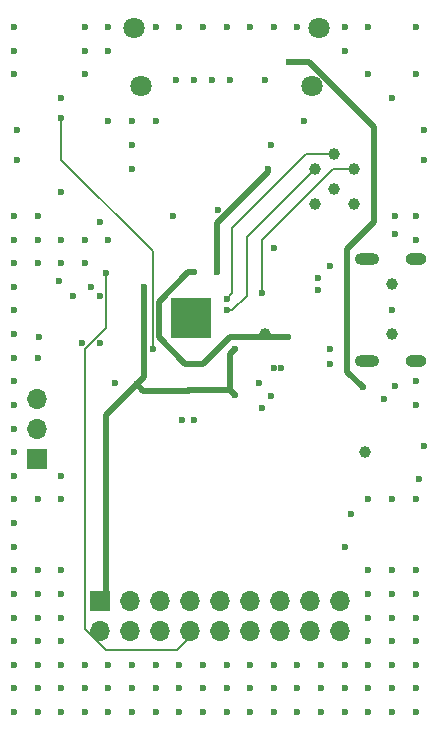
<source format=gbr>
%TF.GenerationSoftware,KiCad,Pcbnew,8.0.6*%
%TF.CreationDate,2025-04-24T20:36:05+02:00*%
%TF.ProjectId,Picroscope,50696372-6f73-4636-9f70-652e6b696361,rev?*%
%TF.SameCoordinates,Original*%
%TF.FileFunction,Copper,L4,Bot*%
%TF.FilePolarity,Positive*%
%FSLAX46Y46*%
G04 Gerber Fmt 4.6, Leading zero omitted, Abs format (unit mm)*
G04 Created by KiCad (PCBNEW 8.0.6) date 2025-04-24 20:36:05*
%MOMM*%
%LPD*%
G01*
G04 APERTURE LIST*
%TA.AperFunction,HeatsinkPad*%
%ADD10C,0.500000*%
%TD*%
%TA.AperFunction,HeatsinkPad*%
%ADD11R,3.400000X3.400000*%
%TD*%
%TA.AperFunction,ComponentPad*%
%ADD12R,1.700000X1.700000*%
%TD*%
%TA.AperFunction,ComponentPad*%
%ADD13O,1.700000X1.700000*%
%TD*%
%TA.AperFunction,ComponentPad*%
%ADD14C,1.800000*%
%TD*%
%TA.AperFunction,ComponentPad*%
%ADD15O,2.100000X1.000000*%
%TD*%
%TA.AperFunction,ComponentPad*%
%ADD16O,1.800000X1.000000*%
%TD*%
%TA.AperFunction,SMDPad,CuDef*%
%ADD17C,1.000000*%
%TD*%
%TA.AperFunction,ViaPad*%
%ADD18C,0.600000*%
%TD*%
%TA.AperFunction,Conductor*%
%ADD19C,0.500000*%
%TD*%
%TA.AperFunction,Conductor*%
%ADD20C,0.150000*%
%TD*%
G04 APERTURE END LIST*
D10*
%TO.P,U1,81,GND*%
%TO.N,GND*%
X138450000Y-95187500D03*
X137000000Y-95187500D03*
X135550000Y-95187500D03*
X138450000Y-96637500D03*
X137000000Y-96637500D03*
D11*
X137000000Y-96637500D03*
D10*
X135550000Y-96637500D03*
X138450000Y-98087500D03*
X137000000Y-98087500D03*
X135550000Y-98087500D03*
%TD*%
D12*
%TO.P,J4,1,Pin_1*%
%TO.N,+3V3*%
X129300000Y-120625000D03*
D13*
%TO.P,J4,2,Pin_2*%
%TO.N,GND*%
X129300000Y-123165000D03*
%TO.P,J4,3,Pin_3*%
%TO.N,/I2C1_SCL*%
X131840000Y-120625000D03*
%TO.P,J4,4,Pin_4*%
%TO.N,/I2C1_SDA*%
X131840000Y-123165000D03*
%TO.P,J4,5,Pin_5*%
%TO.N,/CAM_VSYNC*%
X134379999Y-120625000D03*
%TO.P,J4,6,Pin_6*%
%TO.N,/CAM_HSYNC*%
X134380000Y-123165000D03*
%TO.P,J4,7,Pin_7*%
%TO.N,/CAM_PCLK*%
X136920000Y-120625000D03*
%TO.P,J4,8,Pin_8*%
%TO.N,/CLKOUT0*%
X136920000Y-123165000D03*
%TO.P,J4,9,Pin_9*%
%TO.N,/CAM_D9*%
X139460000Y-120625000D03*
%TO.P,J4,10,Pin_10*%
%TO.N,/CAM_D8*%
X139460000Y-123165000D03*
%TO.P,J4,11,Pin_11*%
%TO.N,/CAM_D7*%
X142000000Y-120625000D03*
%TO.P,J4,12,Pin_12*%
%TO.N,/CAM_D6*%
X142000000Y-123165000D03*
%TO.P,J4,13,Pin_13*%
%TO.N,/CAM_D5*%
X144540000Y-120625000D03*
%TO.P,J4,14,Pin_14*%
%TO.N,/CAM_D4*%
X144540000Y-123165000D03*
%TO.P,J4,15,Pin_15*%
%TO.N,/CAM_D3*%
X147080001Y-120625000D03*
%TO.P,J4,16,Pin_16*%
%TO.N,/CAM_D2*%
X147080000Y-123165000D03*
%TO.P,J4,17,Pin_17*%
%TO.N,/CAM_Reset*%
X149620000Y-120625000D03*
%TO.P,J4,18,Pin_18*%
%TO.N,/CAM_PWDN*%
X149620000Y-123165000D03*
%TD*%
D14*
%TO.P,J3,SH,SH*%
%TO.N,GND*%
X147850000Y-72100000D03*
X147250000Y-77000000D03*
X132750000Y-77000000D03*
X132150000Y-72100000D03*
%TD*%
D15*
%TO.P,J1,S1,SHIELD*%
%TO.N,/USB_SHIELD*%
X151895000Y-100320000D03*
D16*
X156075000Y-100320000D03*
D15*
X151895000Y-91680000D03*
D16*
X156075000Y-91680000D03*
%TD*%
D12*
%TO.P,J2,1,Pin_1*%
%TO.N,/MCU/SWDIO*%
X123975000Y-108540000D03*
D13*
%TO.P,J2,2,Pin_2*%
%TO.N,GND*%
X123975000Y-106000000D03*
%TO.P,J2,3,Pin_3*%
%TO.N,/MCU/SWDCLK*%
X123975000Y-103460001D03*
%TD*%
D17*
%TO.P,TP8,1,1*%
%TO.N,+3V3*%
X151750000Y-108000000D03*
%TD*%
%TO.P,TP2,1,1*%
%TO.N,/MCU/SPI_CS*%
X150750000Y-84000000D03*
%TD*%
%TO.P,TP3,1,1*%
%TO.N,/MCU/SPI_SCLK*%
X149135000Y-85750000D03*
%TD*%
%TO.P,TP4,1,1*%
%TO.N,/MCU/SPI_SD0*%
X147500000Y-87000000D03*
%TD*%
%TO.P,TP6,1,1*%
%TO.N,/MCU/SPI_SD2*%
X147500000Y-84000000D03*
%TD*%
%TO.P,TP7,1,1*%
%TO.N,/MCU/SPI_SD3*%
X150750000Y-87000000D03*
%TD*%
%TO.P,TP10,1,1*%
%TO.N,/USB_CC2*%
X154000000Y-93750000D03*
%TD*%
%TO.P,TP1,1,1*%
%TO.N,+1V1*%
X143250000Y-98000000D03*
%TD*%
%TO.P,TP9,1,1*%
%TO.N,/USB_CC1*%
X154000000Y-98000000D03*
%TD*%
%TO.P,TP5,1,1*%
%TO.N,/MCU/SPI_SD1*%
X149135000Y-82750000D03*
%TD*%
D18*
%TO.N,GND*%
X134000000Y-130001750D03*
X146000000Y-72001750D03*
X138000000Y-130001750D03*
X154000000Y-124001750D03*
X147750000Y-93250000D03*
X156000000Y-112001750D03*
X143000000Y-104250000D03*
X152000000Y-72001750D03*
X144000000Y-72001750D03*
X126000000Y-130001750D03*
X134000000Y-128001750D03*
X152000000Y-122001750D03*
X152000000Y-118001750D03*
X137250000Y-105250000D03*
X124000000Y-112001750D03*
X129270000Y-94750000D03*
X122250000Y-80750000D03*
X122000000Y-106001750D03*
X124000000Y-122001750D03*
X148750000Y-99250000D03*
X142000000Y-130001750D03*
X135500000Y-88000000D03*
X126000000Y-126001750D03*
X136250000Y-105250000D03*
X126000000Y-86001750D03*
X156000000Y-104001750D03*
X156000000Y-76001750D03*
X136000000Y-72001750D03*
X150000000Y-116001750D03*
X147750000Y-94250000D03*
X156000000Y-128001750D03*
X130520000Y-102150000D03*
X154000000Y-78001750D03*
X122000000Y-100001750D03*
X148000000Y-128001750D03*
X156000000Y-118001750D03*
X143750000Y-82000000D03*
X122000000Y-92001750D03*
X128000000Y-128001750D03*
X122000000Y-122001750D03*
X156000000Y-120001750D03*
X150000000Y-128001750D03*
X124000000Y-118001750D03*
X130000000Y-90001750D03*
X128000000Y-92001750D03*
X126000000Y-90001750D03*
X122000000Y-98001750D03*
X122000000Y-104001750D03*
X142000000Y-128001750D03*
X124000000Y-100001750D03*
X146000000Y-130001750D03*
X144000000Y-90750000D03*
X124150000Y-98250000D03*
X150000000Y-72001750D03*
X132000000Y-84001750D03*
X124000000Y-120001750D03*
X128000000Y-74001750D03*
X148000000Y-126001750D03*
X152000000Y-112001750D03*
X128000000Y-90001750D03*
X126000000Y-78001750D03*
X122000000Y-114001750D03*
X154000000Y-122001750D03*
X122000000Y-76001750D03*
X150000000Y-126001750D03*
X143250000Y-76500000D03*
X122000000Y-74001750D03*
X134000000Y-126001750D03*
X130000000Y-128001750D03*
X148750000Y-92250000D03*
X150000000Y-130001750D03*
X122000000Y-72001750D03*
X154000000Y-96001750D03*
X154250000Y-88000000D03*
X154250000Y-102400000D03*
X124000000Y-128001750D03*
X127750000Y-98750000D03*
X156000000Y-130001750D03*
X156750000Y-83250000D03*
X125850000Y-93500000D03*
X154000000Y-128001750D03*
X142000000Y-72001750D03*
X127000000Y-94800000D03*
X124000000Y-88001750D03*
X128000000Y-126001750D03*
X132000000Y-82001750D03*
X136000000Y-126001750D03*
X122000000Y-88001750D03*
X122000000Y-96001750D03*
X122000000Y-120001750D03*
X144636805Y-100917666D03*
X126000000Y-122001750D03*
X122000000Y-116001750D03*
X136000000Y-130001750D03*
X148000000Y-130001750D03*
X126000000Y-118001750D03*
X152000000Y-120001750D03*
X152000000Y-76001750D03*
X140250000Y-76500000D03*
X130000000Y-130001750D03*
X137250000Y-76500000D03*
X152000000Y-130001750D03*
X128500000Y-94000000D03*
X138000000Y-72001750D03*
X126000000Y-128001750D03*
X142000000Y-126001750D03*
X156000000Y-72001750D03*
X122000000Y-118001750D03*
X138000000Y-128001750D03*
X154000000Y-130001750D03*
X134000000Y-80001750D03*
X156000000Y-102001750D03*
X124000000Y-90001750D03*
X154250000Y-89500000D03*
X140000000Y-126001750D03*
X128000000Y-76001750D03*
X124000000Y-124001750D03*
X122250000Y-83250000D03*
X144036804Y-100917664D03*
X152000000Y-124001750D03*
X126000000Y-92001750D03*
X156750000Y-80750000D03*
X132000000Y-126001750D03*
X146595000Y-80000000D03*
X124000000Y-92001750D03*
X126000000Y-120001750D03*
X122000000Y-108001750D03*
X126000000Y-112001750D03*
X152000000Y-128001750D03*
X126000000Y-110001750D03*
X128000000Y-72001750D03*
X136000000Y-128001750D03*
X126000000Y-124001750D03*
X140000000Y-128001750D03*
X143750000Y-103250000D03*
X124000000Y-130001750D03*
X135750000Y-76500000D03*
X153300000Y-103500000D03*
X130000000Y-126001750D03*
X128000000Y-130001750D03*
X148750000Y-100500000D03*
X129250000Y-98750000D03*
X156300000Y-110300000D03*
X144000000Y-128001750D03*
X144000000Y-126001750D03*
X156000000Y-124001750D03*
X122000000Y-112001750D03*
X154000000Y-112001750D03*
X144000000Y-130001750D03*
X156750000Y-107500000D03*
X129250000Y-88500000D03*
X138750000Y-76500000D03*
X138000000Y-126001750D03*
X150000000Y-74001750D03*
X122000000Y-90001750D03*
X152000000Y-126001750D03*
X122000000Y-130001750D03*
X139250000Y-87500000D03*
X156000000Y-126001750D03*
X124000000Y-126001750D03*
X122000000Y-124001750D03*
X122000000Y-110001750D03*
X140000000Y-72001750D03*
X130000000Y-80001750D03*
X154000000Y-126001750D03*
X146000000Y-126001750D03*
X142750000Y-102175483D03*
X122000000Y-126001750D03*
X132000000Y-128001750D03*
X132000000Y-130001750D03*
X122000000Y-102001750D03*
X132000000Y-80001750D03*
X122000000Y-128001750D03*
X154000000Y-120001750D03*
X156000000Y-88001750D03*
X122000000Y-94001750D03*
X150500000Y-113250000D03*
X130000000Y-74001750D03*
X130000000Y-72001750D03*
X156000000Y-122001750D03*
X146000000Y-128001750D03*
X156000000Y-90001750D03*
X140000000Y-130001750D03*
X134000000Y-72001750D03*
X154000000Y-118001750D03*
%TO.N,+3V3*%
X139200000Y-92750000D03*
X133000000Y-96037499D03*
X140750000Y-99237500D03*
X132400000Y-102250000D03*
X133000000Y-94037500D03*
X151750000Y-108000000D03*
X140750000Y-103200000D03*
X136700000Y-102800000D03*
X143519998Y-84000000D03*
%TO.N,+1V1*%
X145171499Y-98251040D03*
X144571500Y-98251040D03*
X137200000Y-100500000D03*
X137200000Y-92750000D03*
X134250000Y-97250000D03*
%TO.N,VBUS*%
X151520000Y-102520000D03*
X150200000Y-98400000D03*
X145250000Y-75000000D03*
X150200000Y-93600000D03*
%TO.N,/USB_CC2*%
X154000000Y-93750000D03*
%TO.N,/USB_CC1*%
X154000000Y-98000000D03*
%TO.N,/CLKOUT0*%
X129750000Y-92837500D03*
%TO.N,/MCU/SPI_CS*%
X150750000Y-84000000D03*
X143000000Y-94500000D03*
%TO.N,/MCU/RUN*%
X126000000Y-79750000D03*
X133750000Y-99250000D03*
%TO.N,/MCU/SPI_SCLK*%
X149135000Y-85750000D03*
%TO.N,/MCU/SPI_SD0*%
X147500000Y-87000000D03*
%TO.N,/MCU/SPI_SD1*%
X149135000Y-82750000D03*
X140000000Y-95000000D03*
%TO.N,/MCU/SPI_SD2*%
X140000000Y-96000000D03*
X147500000Y-84000000D03*
%TO.N,/MCU/SPI_SD3*%
X150750000Y-87000000D03*
%TD*%
D19*
%TO.N,+3V3*%
X136750000Y-102750000D02*
X136700000Y-102800000D01*
X139200000Y-88569998D02*
X143519998Y-84250000D01*
X132400000Y-102250000D02*
X133000000Y-101650000D01*
X140750000Y-103200000D02*
X140300000Y-102750000D01*
X140300000Y-102750000D02*
X140300000Y-99687500D01*
X129800000Y-104850000D02*
X129800000Y-120625000D01*
X133000000Y-101650000D02*
X133000000Y-94037500D01*
X132950000Y-102800000D02*
X136700000Y-102800000D01*
X132400000Y-102250000D02*
X132950000Y-102800000D01*
X140300000Y-99687500D02*
X140750000Y-99237500D01*
X139200000Y-88569998D02*
X139200000Y-92750000D01*
X143519998Y-84250000D02*
X143519998Y-84000000D01*
X132400000Y-102250000D02*
X129800000Y-104850000D01*
X140300000Y-102750000D02*
X136750000Y-102750000D01*
%TO.N,+1V1*%
X134250000Y-97250000D02*
X134250000Y-95250000D01*
X136750000Y-92750000D02*
X137200000Y-92750000D01*
X138000000Y-100500000D02*
X137200000Y-100500000D01*
X140248960Y-98251040D02*
X138000000Y-100500000D01*
X136500000Y-100500000D02*
X137200000Y-100500000D01*
X134250000Y-95250000D02*
X136750000Y-92750000D01*
X134250000Y-98250000D02*
X136500000Y-100500000D01*
X145171499Y-98251040D02*
X140248960Y-98251040D01*
X134250000Y-97250000D02*
X134250000Y-98250000D01*
%TO.N,VBUS*%
X152500000Y-88500000D02*
X152500000Y-80482233D01*
X150200000Y-98400000D02*
X150200000Y-93600000D01*
X147017767Y-75000000D02*
X145250000Y-75000000D01*
X150200000Y-90800000D02*
X152500000Y-88500000D01*
X151520000Y-102520000D02*
X150200000Y-101200000D01*
X150200000Y-101200000D02*
X150200000Y-98400000D01*
X150200000Y-93600000D02*
X150200000Y-90800000D01*
X152500000Y-80482233D02*
X147017767Y-75000000D01*
D20*
%TO.N,/CLKOUT0*%
X129750000Y-124750000D02*
X128000000Y-123000000D01*
X128000000Y-99250000D02*
X129750000Y-97500000D01*
X135835000Y-124750000D02*
X129750000Y-124750000D01*
X129750000Y-97500000D02*
X129750000Y-92837500D01*
X128000000Y-123000000D02*
X128000000Y-99250000D01*
X137420000Y-123165000D02*
X135835000Y-124750000D01*
%TO.N,/MCU/SPI_CS*%
X149000000Y-84000000D02*
X143000000Y-90000000D01*
X143000000Y-90000000D02*
X143000000Y-94500000D01*
X150750000Y-84000000D02*
X149000000Y-84000000D01*
%TO.N,/MCU/RUN*%
X133750000Y-91000000D02*
X133750000Y-99250000D01*
X126000000Y-83250000D02*
X133750000Y-91000000D01*
X126000000Y-79750000D02*
X126000000Y-83250000D01*
%TO.N,/MCU/SPI_SD1*%
X140500000Y-89000000D02*
X146750000Y-82750000D01*
X146750000Y-82750000D02*
X149135000Y-82750000D01*
X140500000Y-94500000D02*
X140500000Y-89000000D01*
X140000000Y-95000000D02*
X140500000Y-94500000D01*
%TO.N,/MCU/SPI_SD2*%
X141750000Y-94750000D02*
X141750000Y-89750000D01*
X141750000Y-89750000D02*
X147500000Y-84000000D01*
X140500000Y-96000000D02*
X141750000Y-94750000D01*
X140000000Y-96000000D02*
X140500000Y-96000000D01*
%TD*%
M02*

</source>
